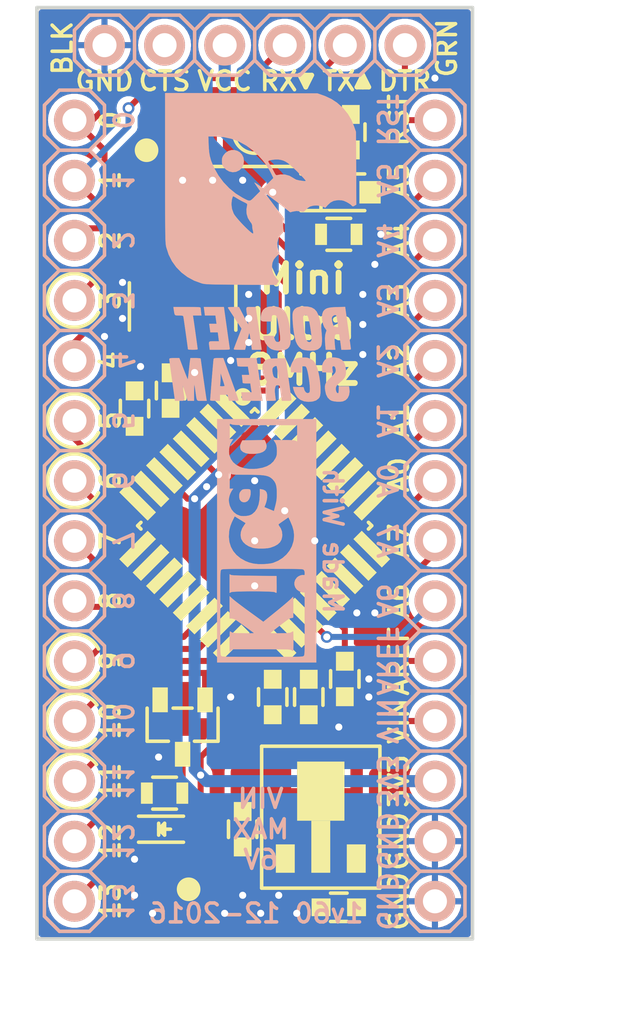
<source format=kicad_pcb>
(kicad_pcb (version 20221018) (generator pcbnew)
  (layers (0 "F.Cu" signal) (31 "B.Cu" signal) (34 "B.Paste" user) (35 "F.Paste" user) (36 "B.SilkS" user "B.Silkscreen") (37 "F.SilkS" user "F.Silkscreen") (38 "B.Mask" user) (39 "F.Mask" user) (44 "Edge.Cuts" user))
  (net 0 "")
  (net 1 "GND")
  (net 2 "/D4")
  (net 3 "/D9")
  (net 4 "/RST")
  (net 5 "/D3")
  (net 6 "3V3")
  (net 7 "/D5")
  (net 8 "/D6")
  (net 9 "/D7")
  (net 10 "/D8")
  (net 11 "/D10")
  (net 12 "/D11")
  (net 13 "/D12")
  (net 14 "/D13")
  (net 15 "/A6")
  (net 16 "AREF")
  (net 17 "/A7")
  (net 18 "/A0")
  (net 19 "/A1")
  (net 20 "/A2")
  (net 21 "/A3")
  (net 22 "/A4")
  (net 23 "/A5")
  (net 24 "/D0")
  (net 25 "/D1")
  (net 26 "/D2")
  (net 27 "Net-(D2-Pad1)")
  (net 28 "Net-(M1-Pad~{})")
  (net 29 "Net-(M2-Pad~{})")
  (net 30 "Net-(Q1-Pad3)")
  (net 31 "Net-(J1-Pad5)")
  (net 32 "VIN")
  (net 33 "Net-(U2-Pad7)")
  (net 34 "Net-(U2-Pad8)")
  (net 35 "Net-(C5-Pad1)")
  (net 36 "Net-(C6-Pad2)")
  (footprint "RocketScreamKicadLibrary:SOT-89" (layer "F.Cu") (at 211.684 145.174)
    (fp_text reference "U1" hide)
    (fp_text value "MCP1700T-3302E/MB")
  )
  (footprint "RocketScreamKicadLibrary:SOT-23" (layer "F.Cu") (at 205.842 141.364 180)
    (fp_text reference "Q1" hide)
    (fp_text value "2N7002")
  )
  (footprint "RocketScreamKicadLibrary:R_0603" (layer "F.Cu") (at 205.08 144.158 180)
    (fp_text reference "R2" hide)
    (fp_text value "1K")
  )
  (footprint "RocketScreamKicadLibrary:R_0603" (layer "F.Cu") (at 212.446 120.536)
    (fp_text reference "R1" hide)
    (fp_text value "10K")
  )
  (footprint "RocketScreamKicadLibrary:I_0603" (layer "F.Cu") (at 209.652 140.094 -90)
    (fp_text reference "L1" hide)
    (fp_text value "LBMF1608T100K")
  )
  (footprint "RocketScreamKicadLibrary:FIDUCIAL-1MM" (layer "F.Cu") (at 206.096 148.222)
    (fp_text reference "M1" hide)
    (fp_text value "FIDUCIAL")
  )
  (footprint "RocketScreamKicadLibrary:FIDUCIAL-1MM" (layer "F.Cu") (at 204.318 116.98)
    (fp_text reference "M2" hide)
    (fp_text value "FIDUCIAL")
  )
  (footprint "RocketScreamKicadLibrary:C_0603" (layer "F.Cu") (at 203.81 127.902 90)
    (fp_text reference "C2" hide)
    (fp_text value "100nF")
  )
  (footprint "RocketScreamKicadLibrary:C_0603" (layer "F.Cu") (at 212.7 139.332 -90)
    (fp_text reference "C7" hide)
    (fp_text value "100nF")
  )
  (footprint "RocketScreamKicadLibrary:C_0603" (layer "F.Cu") (at 212.954 116.218 90)
    (fp_text reference "C6" hide)
    (fp_text value "100nF")
  )
  (footprint "RocketScreamKicadLibrary:C_0603" (layer "F.Cu") (at 211.176 140.094 -90)
    (fp_text reference "C5" hide)
    (fp_text value "100nF")
  )
  (footprint "RocketScreamKicadLibrary:C_0603" (layer "F.Cu") (at 212.446 148.984 180)
    (fp_text reference "C4" hide)
    (fp_text value "1uF 25V X5R")
  )
  (footprint "RocketScreamKicadLibrary:C_0603" (layer "F.Cu") (at 208.382 145.682 -90)
    (fp_text reference "C3" hide)
    (fp_text value "1uF 25V X5R")
  )
  (footprint "RocketScreamKicadLibrary:C_0603" (layer "F.Cu") (at 205.334 127.14 90)
    (fp_text reference "C1" hide)
    (fp_text value "100nF")
  )
  (footprint "RocketScreamKicadLibrary:TS-107A" (layer "F.Cu") (at 208.89 116.218)
    (fp_text reference "SW1" hide)
    (fp_text value "SPNO")
  )
  (footprint "RocketScreamKicadLibrary:TQFP-32_7x7mm_Pitch0.8mm" (layer "F.Cu") (at 208.89 132.853 -45)
    (fp_text reference "U2" hide)
    (fp_text value "ATMEGA328P-AU")
  )
  (footprint "RocketScreamKicadLibrary:SOD-123" (layer "F.Cu") (at 212.192 118.758)
    (fp_text reference "D1" hide)
    (fp_text value "1N4148")
  )
  (footprint "RocketScreamKicadLibrary:LED_0603" (layer "F.Cu") (at 205.08 145.682)
    (fp_text reference "D2" hide)
    (fp_text value "Red")
  )
  (footprint "RocketScreamKicadLibrary:PBRC-M" (layer "F.Cu") (at 205.842 123.584 180)
    (fp_text reference "Y1" hide)
    (fp_text value "PBRC8.00MR50X000")
  )
  (footprint "RocketScreamKicadLibrary:HDR_1x6_Pitch2.54mm" (layer "B.Cu") (at 208.89 112.54 180)
    (fp_text reference "J1" hide)
    (fp_text value "2.54 mm 1x6")
  )
  (footprint "RocketScreamKicadLibrary:HDR_1x14_Pitch2.54mm" (layer "B.Cu") (at 216.51 132.22 -90)
    (fp_text reference "J3" hide)
    (fp_text value "2.54 mm 1x14")
  )
  (footprint "RocketScreamKicadLibrary:HDR_1x14_Pitch2.54mm" (layer "B.Cu") (at 201.27 132.22 -90)
    (fp_text reference "J2" hide)
    (fp_text value "2.54 mm 1x14")
  )
  (footprint "RocketScreamKicadLibrary:LOGO-ROCKET-SCREAM_Vertical_XSmall" (layer "B.Cu") (at 209.144 121.298 180)
    (fp_text reference "LOGO2" hide)
    (fp_text value "LOGO-ROCKET-SCREAM" hide)
  )
  (footprint "RocketScreamKicadLibrary:LOGO-KICAD_XSmall" (layer "B.Cu") (at 209.398 133.49 90)
    (fp_text reference "LOGO1" hide)
    (fp_text value "LOGO-KICAD" hide)
  )
  (gr_line (start 213.462 113.805) (end 213.462 114.313) (stroke (width 0.2)) (layer "F.SilkS"))
  (gr_line (start 213.716 114.313) (end 213.462 113.805) (stroke (width 0.2)) (layer "F.SilkS"))
  (gr_line (start 213.208 114.313) (end 213.716 114.313) (stroke (width 0.2)) (layer "F.SilkS"))
  (gr_line (start 213.462 113.805) (end 213.208 114.313) (stroke (width 0.2)) (layer "F.SilkS"))
  (gr_arc (start 202.286 128.918) (mid 200.134078 128.409701) (end 202.286267 127.902534) (stroke (width 0.15)) (layer "F.SilkS"))
  (gr_arc (start 202.286 131.458) (mid 200.134078 130.949701) (end 202.286267 130.442534) (stroke (width 0.15)) (layer "F.SilkS"))
  (gr_arc (start 202.159 141.872) (mid 200.100278 141.057879) (end 202.223249 140.430087) (stroke (width 0.15)) (layer "F.SilkS"))
  (gr_arc (start 202.159 144.412) (mid 200.099729 143.612174) (end 202.206352 142.947) (stroke (width 0.15)) (layer "F.SilkS"))
  (gr_arc (start 202.286 139.078) (mid 200.134078 138.569701) (end 202.286267 138.062534) (stroke (width 0.15)) (layer "F.SilkS"))
  (gr_arc (start 202.286 123.838) (mid 200.134078 123.329701) (end 202.286267 122.822534) (stroke (width 0.15)) (layer "F.SilkS"))
  (gr_line (start 211.049 113.805) (end 211.049 114.313) (stroke (width 0.2)) (layer "F.SilkS"))
  (gr_line (start 211.303 113.805) (end 211.049 114.313) (stroke (width 0.2)) (layer "F.SilkS"))
  (gr_line (start 211.049 114.313) (end 210.795 113.805) (stroke (width 0.2)) (layer "F.SilkS"))
  (gr_line (start 210.795 113.805) (end 211.303 113.805) (stroke (width 0.2)) (layer "F.SilkS"))
  (gr_line (start 199.6825 110.95) (end 199.6825 150.32) (stroke (width 0.15)) (layer "Edge.Cuts"))
  (gr_line (start 199.6825 150.32) (end 218.0975 150.32) (stroke (width 0.15)) (layer "Edge.Cuts"))
  (gr_line (start 218.0975 110.95) (end 218.0975 150.32) (stroke (width 0.15)) (layer "Edge.Cuts"))
  (gr_line (start 199.6825 110.95) (end 218.0975 110.95) (stroke (width 0.15)) (layer "Edge.Cuts"))
  (gr_text "1v60 12-2016 " (at 208.636 149.238) (layer "B.SilkS") (effects (font (size 0.8 0.8)) (justify mirror)))
  (gr_text "13" (at 203.302 148.73 270) (layer "B.SilkS") (effects (font (size 0.8 0.8)) (justify mirror)))
  (gr_text "12" (at 203.302 146.19 270) (layer "B.SilkS") (effects (font (size 0.8 0.8)) (justify mirror)))
  (gr_text "11" (at 203.302 143.65 270) (layer "B.SilkS") (effects (font (size 0.8 0.8)) (justify mirror)))
  (gr_text "10" (at 203.302 141.11 270) (layer "B.SilkS") (effects (font (size 0.8 0.8)) (justify mirror)))
  (gr_text "VIN\nMAX\n6V" (at 209.144 145.682) (layer "B.SilkS") (effects (font (size 0.8 0.8)) (justify mirror)))
  (gr_text "GND" (at 214.478 148.73 270) (layer "B.SilkS") (effects (font (size 0.8 0.8)) (justify mirror)))
  (gr_text "GND" (at 214.478 146.19 270) (layer "B.SilkS") (effects (font (size 0.8 0.8)) (justify mirror)))
  (gr_text "3V3" (at 214.478 143.65 270) (layer "B.SilkS") (effects (font (size 0.8 0.8)) (justify mirror)))
  (gr_text "VIN" (at 214.478 141.11 270) (layer "B.SilkS") (effects (font (size 0.8 0.8)) (justify mirror)))
  (gr_text "AREF" (at 214.478 138.57 270) (layer "B.SilkS") (effects (font (size 0.8 0.8)) (justify mirror)))
  (gr_text "A6" (at 214.478 136.03 270) (layer "B.SilkS") (effects (font (size 0.8 0.8)) (justify mirror)))
  (gr_text "A7" (at 214.478 133.49 270) (layer "B.SilkS") (effects (font (size 0.8 0.8)) (justify mirror)))
  (gr_text "A0" (at 214.478 130.95 270) (layer "B.SilkS") (effects (font (size 0.8 0.8)) (justify mirror)))
  (gr_text "A1" (at 214.478 128.41 270) (layer "B.SilkS") (effects (font (size 0.8 0.8)) (justify mirror)))
  (gr_text "A2" (at 214.478 125.87 270) (layer "B.SilkS") (effects (font (size 0.8 0.8)) (justify mirror)))
  (gr_text "A3" (at 214.478 123.33 270) (layer "B.SilkS") (effects (font (size 0.8 0.8)) (justify mirror)))
  (gr_text "A4" (at 214.478 120.79 270) (layer "B.SilkS") (effects (font (size 0.8 0.8)) (justify mirror)))
  (gr_text "A5" (at 214.478 118.25 270) (layer "B.SilkS") (effects (font (size 0.8 0.8)) (justify mirror)))
  (gr_text "RST" (at 214.478 115.71 270) (layer "B.SilkS") (effects (font (size 0.8 0.8)) (justify mirror)))
  (gr_text "9" (at 203.302 138.57 270) (layer "B.SilkS") (effects (font (size 0.8 0.8)) (justify mirror)))
  (gr_text "8" (at 203.302 136.03 270) (layer "B.SilkS") (effects (font (size 0.8 0.8)) (justify mirror)))
  (gr_text "7" (at 203.302 133.49 270) (layer "B.SilkS") (effects (font (size 0.8 0.8)) (justify mirror)))
  (gr_text "6" (at 203.302 130.95 270) (layer "B.SilkS") (effects (font (size 0.8 0.8)) (justify mirror)))
  (gr_text "5" (at 203.302 128.41 270) (layer "B.SilkS") (effects (font (size 0.8 0.8)) (justify mirror)))
  (gr_text "4" (at 203.302 125.87 270) (layer "B.SilkS") (effects (font (size 0.8 0.8)) (justify mirror)))
  (gr_text "3" (at 203.302 123.33 270) (layer "B.SilkS") (effects (font (size 0.8 0.8)) (justify mirror)))
  (gr_text "2" (at 203.302 120.79 270) (layer "B.SilkS") (effects (font (size 0.8 0.8)) (justify mirror)))
  (gr_text "1" (at 203.302 118.25 270) (layer "B.SilkS") (effects (font (size 0.8 0.8)) (justify mirror)))
  (gr_text "0" (at 203.302 115.71 270) (layer "B.SilkS") (effects (font (size 0.8 0.8)) (justify mirror)))
  (gr_text "Made With" (at 212.192 133.49 270) (layer "B.SilkS") (effects (font (size 0.8 0.8)) (justify mirror)))
  (gr_text "12" (at 202.794 146.19 90) (layer "F.SilkS") (effects (font (size 0.8 0.8))))
  (gr_text "11" (at 202.794 143.65 90) (layer "F.SilkS") (effects (font (size 0.8 0.8))))
  (gr_text "10" (at 202.794 141.11 90) (layer "F.SilkS") (effects (font (size 0.8 0.8))))
  (gr_text "9" (at 202.794 138.57 90) (layer "F.SilkS") (effects (font (size 0.8 0.8))))
  (gr_text "8" (at 202.794 136.03 90) (layer "F.SilkS") (effects (font (size 0.8 0.8))))
  (gr_text "7" (at 202.794 133.49 90) (layer "F.SilkS") (effects (font (size 0.8 0.8))))
  (gr_text "6" (at 202.794 130.95 90) (layer "F.SilkS") (effects (font (size 0.8 0.8))))
  (gr_text "5" (at 202.794 128.41 90) (layer "F.SilkS") (effects (font (size 0.8 0.8))))
  (gr_text "4" (at 202.794 125.87 90) (layer "F.SilkS") (effects (font (size 0.8 0.8))))
  (gr_text "3" (at 202.794 123.33 90) (layer "F.SilkS") (effects (font (size 0.8 0.8))))
  (gr_text "2" (at 202.794 120.79 90) (layer "F.SilkS") (effects (font (size 0.8 0.8))))
  (gr_text "1" (at 202.794 118.25 90) (layer "F.SilkS") (effects (font (size 0.8 0.8))))
  (gr_text "0" (at 202.794 115.71 90) (layer "F.SilkS") (effects (font (size 0.8 0.8))))
  (gr_text "BLK" (at 200.762 112.662 90) (layer "F.SilkS") (effects (font (size 0.8 0.8))))
  (gr_text "GRN" (at 217.018 112.662 90) (layer "F.SilkS") (effects (font (size 0.8 0.8))))
  (gr_text "GND" (at 202.54 114.059) (layer "F.SilkS") (effects (font (size 0.8 0.8))))
  (gr_text "CTS" (at 205.08 114.059) (layer "F.SilkS") (effects (font (size 0.8 0.8))))
  (gr_text "VCC" (at 207.62 114.059) (layer "F.SilkS") (effects (font (size 0.8 0.8))))
  (gr_text "RX" (at 209.906 114.059) (layer "F.SilkS") (effects (font (size 0.8 0.8))))
  (gr_text "TX" (at 212.446 114.059) (layer "F.SilkS") (effects (font (size 0.8 0.8))))
  (gr_text "DTR" (at 215.24 114.059) (layer "F.SilkS") (effects (font (size 0.8 0.8))))
  (gr_text "RST" (at 214.986 115.71 90) (layer "F.SilkS") (effects (font (size 0.8 0.8))))
  (gr_text "A5" (at 214.986 118.25 90) (layer "F.SilkS") (effects (font (size 0.8 0.8))))
  (gr_text "A4" (at 214.986 120.79 90) (layer "F.SilkS") (effects (font (size 0.8 0.8))))
  (gr_text "A3" (at 214.986 123.33 90) (layer "F.SilkS") (effects (font (size 0.8 0.8))))
  (gr_text "A2" (at 214.986 125.87 90) (layer "F.SilkS") (effects (font (size 0.8 0.8))))
  (gr_text "A1" (at 214.986 128.41 90) (layer "F.SilkS") (effects (font (size 0.8 0.8))))
  (gr_text "A0" (at 214.986 130.696 90) (layer "F.SilkS") (effects (font (size 0.8 0.8))))
  (gr_text "A7" (at 214.986 133.49 90) (layer "F.SilkS") (effects (font (size 0.8 0.8))))
  (gr_text "A6" (at 214.986 136.03 90) (layer "F.SilkS") (effects (font (size 0.8 0.8))))
  (gr_text "GND" (at 214.986 148.73 90) (layer "F.SilkS") (effects (font (size 0.8 0.8))))
  (gr_text "GND" (at 214.986 146.19 90) (layer "F.SilkS") (effects (font (size 0.8 0.8))))
  (gr_text "3V3" (at 214.986 143.65 90) (layer "F.SilkS") (effects (font (size 0.8 0.8))))
  (gr_text "VIN" (at 214.986 141.11 90) (layer "F.SilkS") (effects (font (size 0.8 0.8))))
  (gr_text "AREF" (at 214.986 138.57 90) (layer "F.SilkS") (effects (font (size 0.8 0.8))))
  (gr_text "Mini\nUltra\n8MHz" (at 210.922 124.346) (layer "F.SilkS") (effects (font (size 1.2 1.2) (thickness 0.25))))
  (gr_text "13" (at 202.794 148.73 90) (layer "F.SilkS") (effects (font (size 0.8 0.8))))
  (segment (start 207.112 118.25) (end 208.382 118.25) (width 0.254) (layer "F.Cu") (net 1))
  (segment (start 211.926 140.844) (end 212.446 141.364) (width 0.254) (layer "F.Cu") (net 1))
  (segment (start 210.668 149.238) (end 209.144 149.238) (width 0.254) (layer "F.Cu") (net 1))
  (segment (start 213.462 125.616) (end 213.462 124.346) (width 0.254) (layer "F.Cu") (net 1))
  (segment (start 208.636 124.092) (end 208.636 123.076) (width 0.254) (layer "F.Cu") (net 1))
  (segment (start 205.334 126.39) (end 206.338 126.39) (width 0.254) (layer "F.Cu") (net 1))
  (segment (start 213.462 123.076) (end 213.462 122.314) (width 0.254) (layer "F.Cu") (net 1))
  (segment (start 204.892 142.568) (end 204.826 142.634) (width 0.254) (layer "F.Cu") (net 1))
  (segment (start 204.572 129.100685) (end 205.637309 130.165994) (width 0.254) (layer "F.Cu") (net 1))
  (segment (start 211.43 133.49) (end 210.16 132.22) (width 0.254) (layer "F.Cu") (net 1))
  (segment (start 203.81 127.152) (end 203.81 126.378) (width 0.254) (layer "F.Cu") (net 1))
  (segment (start 211.696 148.984) (end 210.922 148.984) (width 0.254) (layer "F.Cu") (net 1))
  (segment (start 207.62 149.238) (end 208.382 148.476) (width 0.254) (layer "F.Cu") (net 1))
  (segment (start 206.096 126.632) (end 206.096 128.361943) (width 0.254) (layer "F.Cu") (net 1))
  (segment (start 206.715 117.377) (end 205.842 118.25) (width 0.254) (layer "F.Cu") (net 1))
  (segment (start 204.33 127.152) (end 204.572 127.394) (width 0.254) (layer "F.Cu") (net 1))
  (segment (start 210.16 132.22) (end 208.89 130.95) (width 0.254) (layer "F.Cu") (net 1))
  (segment (start 206.715 116.218) (end 206.715 117.377) (width 0.254) (layer "F.Cu") (net 1))
  (segment (start 213.208 136.538) (end 213.140685 136.538) (width 0.254) (layer "F.Cu") (net 1))
  (segment (start 202.54 124.854) (end 203.302 124.092) (width 0.254) (layer "F.Cu") (net 1))
  (segment (start 212.7 140.082) (end 213.704 140.082) (width 0.254) (layer "F.Cu") (net 1))
  (segment (start 208.89 133.49) (end 210.16 132.22) (width 0.254) (layer "F.Cu") (net 1))
  (segment (start 206.338 126.39) (end 206.35 126.378) (width 0.254) (layer "F.Cu") (net 1))
  (segment (start 203.81 126.378) (end 204.064 126.124) (width 0.254) (layer "F.Cu") (net 1))
  (segment (start 205.854 126.39) (end 206.096 126.632) (width 0.254) (layer "F.Cu") (net 1))
  (segment (start 207.874 125.87) (end 208.636 125.108) (width 0.254) (layer "F.Cu") (net 1))
  (segment (start 210.922 148.984) (end 210.668 149.238) (width 0.254) (layer "F.Cu") (net 1))
  (segment (start 213.140685 136.538) (end 212.142691 135.540006) (width 0.254) (layer "F.Cu") (net 1))
  (segment (start 204.892 140.214) (end 204.892 142.568) (width 0.254) (layer "F.Cu") (net 1))
  (segment (start 204.572 149.238) (end 203.81 148.476) (width 0.254) (layer "F.Cu") (net 1))
  (segment (start 206.096 128.361943) (end 206.76868 129.034623) (width 0.254) (layer "F.Cu") (net 1))
  (segment (start 205.334 126.39) (end 205.854 126.39) (width 0.254) (layer "F.Cu") (net 1))
  (segment (start 211.176 140.844) (end 211.926 140.844) (width 0.254) (layer "F.Cu") (net 1))
  (segment (start 203.81 127.152) (end 204.33 127.152) (width 0.254) (layer "F.Cu") (net 1))
  (segment (start 213.462 122.314) (end 213.97 121.806) (width 0.254) (layer "F.Cu") (net 1))
  (segment (start 213.704 140.082) (end 213.716 140.094) (width 0.254) (layer "F.Cu") (net 1))
  (segment (start 208.89 133.49) (end 208.89 135.395) (width 0.254) (layer "F.Cu") (net 1))
  (segment (start 204.572 127.394) (end 204.572 129.100685) (width 0.254) (layer "F.Cu") (net 1))
  (segment (start 213.208 136.538) (end 213.97 136.538) (width 0.254) (layer "F.Cu") (net 1))
  (via (at 202.54 124.854) (size 0.5) (drill 0.3) (layers "F.Cu" "B.Cu") (net 1))
  (via (at 214.224 120.536) (size 0.5) (drill 0.3) (layers "F.Cu" "B.Cu") (net 1))
  (via (at 203.81 146.952) (size 0.5) (drill 0.3) (layers "F.Cu" "B.Cu") (net 1))
  (via (at 213.97 136.538) (size 0.5) (drill 0.3) (layers "F.Cu" "B.Cu") (net 1))
  (via (at 204.826 142.634) (size 0.5) (drill 0.3) (layers "F.Cu" "B.Cu") (net 1))
  (via (at 210.16 132.22) (size 0.5) (drill 0.3) (layers "F.Cu" "B.Cu") (net 1))
  (via (at 208.382 118.25) (size 0.5) (drill 0.3) (layers "F.Cu" "B.Cu") (net 1))
  (via (at 213.716 140.094) (size 0.5) (drill 0.3) (layers "F.Cu" "B.Cu") (net 1))
  (via (at 216.51 113.932) (size 0.5) (drill 0.3) (layers "F.Cu" "B.Cu") (net 1))
  (via (at 204.064 126.124) (size 0.5) (drill 0.3) (layers "F.Cu" "B.Cu") (net 1))
  (via (at 207.112 118.25) (size 0.5) (drill 0.3) (layers "F.Cu" "B.Cu") (net 1))
  (via (at 207.874 140.094) (size 0.5) (drill 0.3) (layers "F.Cu" "B.Cu") (net 1))
  (via (at 203.302 124.092) (size 0.5) (drill 0.3) (layers "F.Cu" "B.Cu") (net 1))
  (via (at 210.668 149.238) (size 0.5) (drill 0.3) (layers "F.Cu" "B.Cu") (net 1))
  (via (at 213.462 125.616) (size 0.5) (drill 0.3) (layers "F.Cu" "B.Cu") (net 1))
  (via (at 209.144 149.238) (size 0.5) (drill 0.3) (layers "F.Cu" "B.Cu") (net 1))
  (via (at 208.636 125.108) (size 0.5) (drill 0.3) (layers "F.Cu" "B.Cu") (net 1))
  (via (at 213.208 136.538) (size 0.5) (drill 0.3) (layers "F.Cu" "B.Cu") (net 1))
  (via (at 205.842 118.25) (size 0.5) (drill 0.3) (layers "F.Cu" "B.Cu") (net 1))
  (via (at 213.462 123.076) (size 0.5) (drill 0.3) (layers "F.Cu" "B.Cu") (net 1))
  (via (at 208.89 130.95) (size 0.5) (drill 0.3) (layers "F.Cu" "B.Cu") (net 1))
  (via (at 208.382 148.476) (size 0.5) (drill 0.3) (layers "F.Cu" "B.Cu") (net 1))
  (via (at 203.81 148.476) (size 0.5) (drill 0.3) (layers "F.Cu" "B.Cu") (net 1))
  (via (at 208.636 123.076) (size 0.5) (drill 0.3) (layers "F.Cu" "B.Cu") (net 1))
  (via (at 206.35 126.378) (size 0.5) (drill 0.3) (layers "F.Cu" "B.Cu") (net 1))
  (via (at 209.906 148.476) (size 0.5) (drill 0.3) (layers "F.Cu" "B.Cu") (net 1))
  (via (at 212.446 141.364) (size 0.5) (drill 0.3) (layers "F.Cu" "B.Cu") (net 1))
  (via (at 213.716 139.332) (size 0.5) (drill 0.3) (layers "F.Cu" "B.Cu") (net 1))
  (via (at 207.62 149.238) (size 0.5) (drill 0.3) (layers "F.Cu" "B.Cu") (net 1))
  (via (at 208.89 135.395) (size 0.5) (drill 0.3) (layers "F.Cu" "B.Cu") (net 1))
  (via (at 208.636 124.092) (size 0.5) (drill 0.3) (layers "F.Cu" "B.Cu") (net 1))
  (via (at 204.572 149.238) (size 0.5) (drill 0.3) (layers "F.Cu" "B.Cu") (net 1))
  (via (at 213.97 121.806) (size 0.5) (drill 0.3) (layers "F.Cu" "B.Cu") (net 1))
  (via (at 208.89 133.49) (size 0.5) (drill 0.3) (layers "F.Cu" "B.Cu") (net 1))
  (via (at 203.302 122.568) (size 0.5) (drill 0.3) (layers "F.Cu" "B.Cu") (net 1))
  (via (at 207.874 125.87) (size 0.5) (drill 0.3) (layers "F.Cu" "B.Cu") (net 1))
  (via (at 211.43 133.49) (size 0.5) (drill 0.3) (layers "F.Cu" "B.Cu") (net 1))
  (via (at 213.462 124.346) (size 0.5) (drill 0.3) (layers "F.Cu" "B.Cu") (net 1))
  (segment (start 213.208 136.538) (end 213.208 125.87) (width 0.254) (layer "B.Cu") (net 1))
  (segment (start 207.62 149.238) (end 204.572 149.238) (width 0.254) (layer "B.Cu") (net 1))
  (segment (start 213.208 135.268) (end 211.43 133.49) (width 0.254) (layer "B.Cu") (net 1))
  (segment (start 208.636 125.108) (end 208.636 124.092) (width 0.254) (layer "B.Cu") (net 1))
  (segment (start 213.462 124.346) (end 213.462 123.076) (width 0.254) (layer "B.Cu") (net 1))
  (segment (start 208.89 130.95) (end 208.89 133.49) (width 0.254) (layer "B.Cu") (net 1))
  (segment (start 207.62 126.124) (end 207.874 125.87) (width 0.254) (layer "B.Cu") (net 1))
  (segment (start 213.97 121.806) (end 214.224 121.552) (width 0.254) (layer "B.Cu") (net 1))
  (segment (start 206.604 126.124) (end 207.62 126.124) (width 0.254) (layer "B.Cu") (net 1))
  (segment (start 213.208 136.538) (end 213.208 135.268) (width 0.254) (layer "B.Cu") (net 1))
  (segment (start 211.938 139.332) (end 211.176 138.57) (width 0.254) (layer "B.Cu") (net 1))
  (segment (start 204.572 147.714) (end 203.81 146.952) (width 0.254) (layer "B.Cu") (net 1))
  (segment (start 215.748 113.932) (end 216.51 113.932) (width 0.254) (layer "B.Cu") (net 1))
  (segment (start 214.224 121.552) (end 214.224 120.536) (width 0.254) (layer "B.Cu") (net 1))
  (segment (start 211.176 137.3) (end 211.938 136.538) (width 0.254) (layer "B.Cu") (net 1))
  (segment (start 203.302 124.092) (end 203.302 122.568) (width 0.254) (layer "B.Cu") (net 1))
  (segment (start 209.144 149.238) (end 207.62 149.238) (width 0.254) (layer "B.Cu") (net 1))
  (segment (start 211.938 136.538) (end 213.208 136.538) (width 0.254) (layer "B.Cu") (net 1))
  (segment (start 209.144 149.238) (end 209.906 148.476) (width 0.254) (layer "B.Cu") (net 1))
  (segment (start 214.224 115.456) (end 215.748 113.932) (width 0.254) (layer "B.Cu") (net 1))
  (segment (start 213.208 125.87) (end 213.462 125.616) (width 0.254) (layer "B.Cu") (net 1))
  (segment (start 213.716 139.332) (end 211.938 139.332) (width 0.254) (layer "B.Cu") (net 1))
  (segment (start 204.064 126.124) (end 203.302 125.362) (width 0.254) (layer "B.Cu") (net 1))
  (segment (start 206.35 126.378) (end 206.604 126.124) (width 0.254) (layer "B.Cu") (net 1))
  (segment (start 213.716 140.094) (end 207.874 140.094) (width 0.254) (layer "B.Cu") (net 1))
  (segment (start 202.794 124.854) (end 202.54 124.854) (width 0.254) (layer "B.Cu") (net 1))
  (segment (start 203.81 148.476) (end 204.572 147.714) (width 0.254) (layer "B.Cu") (net 1))
  (segment (start 213.716 140.094) (end 213.716 139.332) (width 0.254) (layer "B.Cu") (net 1))
  (segment (start 211.176 138.57) (end 211.176 137.3) (width 0.254) (layer "B.Cu") (net 1))
  (segment (start 214.224 120.536) (end 214.224 115.456) (width 0.254) (layer "B.Cu") (net 1))
  (segment (start 205.842 118.25) (end 207.112 118.25) (width 0.254) (layer "B.Cu") (net 1))
  (segment (start 203.302 125.362) (end 202.794 124.854) (width 0.254) (layer "B.Cu") (net 1))
  (segment (start 201.27 125.87) (end 201.27 125.108) (width 0.254) (layer "F.Cu") (net 2))
  (segment (start 209.906 123.076) (end 209.906 126.124) (width 0.254) (layer "F.Cu") (net 2))
  (segment (start 208.128 121.298) (end 209.906 123.076) (width 0.254) (layer "F.Cu") (net 2))
  (segment (start 201.27 125.108) (end 202.54 123.838) (width 0.254) (layer "F.Cu") (net 2))
  (segment (start 206.604 127.394) (end 206.604 127.738573) (width 0.254) (layer "F.Cu") (net 2))
  (segment (start 206.604 127.738573) (end 207.334365 128.468938) (width 0.254) (layer "F.Cu") (net 2))
  (segment (start 202.54 123.838) (end 202.54 122.06) (width 0.254) (layer "F.Cu") (net 2))
  (segment (start 207.366 126.632) (end 206.604 127.394) (width 0.254) (layer "F.Cu") (net 2))
  (segment (start 203.302 121.298) (end 208.128 121.298) (width 0.254) (layer "F.Cu") (net 2))
  (segment (start 202.54 122.06) (end 203.302 121.298) (width 0.254) (layer "F.Cu") (net 2))
  (segment (start 209.906 126.124) (end 209.398 126.632) (width 0.254) (layer "F.Cu") (net 2))
  (segment (start 209.398 126.632) (end 207.366 126.632) (width 0.254) (layer "F.Cu") (net 2))
  (segment (start 201.778 138.57) (end 203.302 137.046) (width 0.254) (layer "F.Cu") (net 3))
  (segment (start 201.27 138.57) (end 201.778 138.57) (width 0.254) (layer "F.Cu") (net 3))
  (segment (start 203.302 137.046) (end 205.262685 137.046) (width 0.254) (layer "F.Cu") (net 3))
  (segment (start 205.262685 137.046) (end 206.202994 136.105691) (width 0.254) (layer "F.Cu") (net 3))
  (segment (start 212.954 116.968) (end 213.716 116.968) (width 0.254) (layer "F.Cu") (net 4))
  (segment (start 211.684 116.218) (end 211.065 116.218) (width 0.254) (layer "F.Cu") (net 4))
  (segment (start 212.446 128.731315) (end 212.446 122.06) (width 0.254) (layer "F.Cu") (net 4))
  (segment (start 213.767 119.215) (end 213.196 119.786) (width 0.254) (layer "F.Cu") (net 4))
  (segment (start 213.196 119.786) (end 213.196 120.536) (width 0.254) (layer "F.Cu") (net 4))
  (segment (start 213.196 120.536) (end 213.196 121.31) (width 0.254) (layer "F.Cu") (net 4))
  (segment (start 212.954 117.488) (end 212.954 116.968) (width 0.254) (layer "F.Cu") (net 4))
  (segment (start 213.196 121.31) (end 212.446 122.06) (width 0.254) (layer "F.Cu") (net 4))
  (segment (start 214.974 115.71) (end 213.716 116.968) (width 0.254) (layer "F.Cu") (net 4))
  (segment (start 213.767 118.758) (end 213.767 119.215) (width 0.254) (layer "F.Cu") (net 4))
  (segment (start 211.577006 129.600309) (end 212.446 128.731315) (width 0.254) (layer "F.Cu") (net 4))
  (segment (start 212.954 116.968) (end 212.434 116.968) (width 0.254) (layer "F.Cu") (net 4))
  (segment (start 212.434 116.968) (end 211.684 116.218) (width 0.254) (layer "F.Cu") (net 4))
  (segment (start 213.767 118.301) (end 212.954 117.488) (width 0.254) (layer "F.Cu") (net 4))
  (segment (start 216.51 115.71) (end 214.974 115.71) (width 0.254) (layer "F.Cu") (net 4))
  (segment (start 213.767 118.758) (end 213.767 118.301) (width 0.254) (layer "F.Cu") (net 4))
  (segment (start 210.414 126.378) (end 209.652 127.14) (width 0.254) (layer "F.Cu") (net 5))
  (segment (start 210.414 122.822) (end 210.414 126.378) (width 0.254) (layer "F.Cu") (net 5))
  (segment (start 208.636 127.14) (end 207.900051 127.875949) (width 0.254) (layer "F.Cu") (net 5))
  (segment (start 201.27 123.33) (end 202.032 122.568) (width 0.254) (layer "F.Cu") (net 5))
  (segment (start 209.652 127.14) (end 208.636 127.14) (width 0.254) (layer "F.Cu") (net 5))
  (segment (start 208.382 120.79) (end 210.414 122.822) (width 0.254) (layer "F.Cu") (net 5))
  (segment (start 207.900051 127.875949) (end 207.900051 127.903253) (width 0.254) (layer "F.Cu") (net 5))
  (segment (start 202.032 122.568) (end 202.032 121.806) (width 0.254) (layer "F.Cu") (net 5))
  (segment (start 202.032 121.806) (end 203.048 120.79) (width 0.254) (layer "F.Cu") (net 5))
  (segment (start 203.048 120.79) (end 208.382 120.79) (width 0.254) (layer "F.Cu") (net 5))
  (segment (start 206.604 145.428) (end 206.35 145.682) (width 0.254) (layer "F.Cu") (net 6))
  (segment (start 206.858 131.204) (end 206.35 131.712) (width 0.508) (layer "F.Cu") (net 6))
  (segment (start 205.334 128.731315) (end 206.202994 129.600309) (width 0.254) (layer "F.Cu") (net 6))
  (segment (start 213.184 146.924) (end 213.184 148.972) (width 0.254) (layer "F.Cu") (net 6))
  (segment (start 214.986 143.65) (end 214.224 144.412) (width 0.508) (layer "F.Cu") (net 6))
  (segment (start 204.064 129.724057) (end 204.318 129.978057) (width 0.254) (layer "F.Cu") (net 6))
  (segment (start 210.617 118.758) (end 209.652 118.758) (width 0.254) (layer "F.Cu") (net 6))
  (segment (start 206.604 143.396) (end 206.604 142.634) (width 0.254) (layer "F.Cu") (net 6))
  (segment (start 206.051943 131.712) (end 205.071623 130.73168) (width 0.254) (layer "F.Cu") (net 6))
  (segment (start 213.184 146.924) (end 213.97 146.924) (width 0.508) (layer "F.Cu") (net 6))
  (segment (start 206.604 142.634) (end 208.394 140.844) (width 0.254) (layer "F.Cu") (net 6))
  (segment (start 211.176 120.536) (end 210.617 119.977) (width 0.254) (layer "F.Cu") (net 6))
  (segment (start 203.81 128.906) (end 203.81 129.470057) (width 0.254) (layer "F.Cu") (net 6))
  (segment (start 208.394 140.844) (end 209.652 140.844) (width 0.254) (layer "F.Cu") (net 6))
  (segment (start 216.51 143.65) (end 214.986 143.65) (width 0.508) (layer "F.Cu") (net 6))
  (segment (start 207.298685 130.696) (end 206.202994 129.600309) (width 0.254) (layer "F.Cu") (net 6))
  (segment (start 206.858 131.204) (end 207.366 130.696) (width 0.508) (layer "F.Cu") (net 6))
  (segment (start 213.212 146.952) (end 213.184 146.924) (width 0.508) (layer "F.Cu") (net 6))
  (segment (start 204.318 129.978057) (end 205.071623 130.73168) (width 0.254) (layer "F.Cu") (net 6))
  (segment (start 206.35 131.712) (end 206.051943 131.712) (width 0.254) (layer "F.Cu") (net 6))
  (segment (start 213.184 148.972) (end 213.196 148.984) (width 0.254) (layer "F.Cu") (net 6))
  (segment (start 211.696 120.536) (end 211.176 120.536) (width 0.254) (layer "F.Cu") (net 6))
  (segment (start 206.35 145.682) (end 205.8293 145.682) (width 0.254) (layer "F.Cu") (net 6))
  (segment (start 207.366 130.696) (end 207.298685 130.696) (width 0.254) (layer "F.Cu") (net 6))
  (segment (start 206.604 143.396) (end 206.604 145.428) (width 0.254) (layer "F.Cu") (net 6))
  (segment (start 205.334 127.89) (end 205.334 128.731315) (width 0.254) (layer "F.Cu") (net 6))
  (segment (start 210.617 119.977) (end 210.617 118.758) (width 0.254) (layer "F.Cu") (net 6))
  (segment (start 203.81 129.470057) (end 204.064 129.724057) (width 0.254) (layer "F.Cu") (net 6))
  (segment (start 214.224 144.412) (end 214.224 146.952) (width 0.508) (layer "F.Cu") (net 6))
  (segment (start 214.224 146.952) (end 213.212 146.952) (width 0.508) (layer "F.Cu") (net 6))
  (via (at 206.858 131.204) (size 0.5) (drill 0.3) (layers "F.Cu" "B.Cu") (net 6))
  (via (at 206.35 131.712) (size 0.5) (drill 0.3) (layers "F.Cu" "B.Cu") (net 6))
  (via (at 207.366 130.696) (size 0.5) (drill 0.3) (layers "F.Cu" "B.Cu") (net 6))
  (via (at 209.652 118.758) (size 0.5) (drill 0.3) (layers "F.Cu" "B.Cu") (net 6))
  (via (at 206.604 143.396) (size 0.5) (drill 0.3) (layers "F.Cu" "B.Cu") (net 6))
  (segment (start 207.62 116.218) (end 209.652 118.25) (width 0.508) (layer "B.Cu") (net 6))
  (segment (start 209.652 128.41) (end 206.858 131.204) (width 0.508) (layer "B.Cu") (net 6))
  (segment (start 209.652 118.25) (end 209.652 118.758) (width 0.508) (layer "B.Cu") (net 6))
  (segment (start 206.35 131.712) (end 206.35 142.888) (width 0.508) (layer "B.Cu") (net 6))
  (segment (start 206.35 143.142) (end 206.35 142.888) (width 0.508) (layer "B.Cu") (net 6))
  (segment (start 206.604 143.396) (end 206.35 143.142) (width 0.508) (layer "B.Cu") (net 6))
  (segment (start 207.62 112.54) (end 207.62 116.218) (width 0.508) (layer "B.Cu") (net 6))
  (segment (start 206.858 143.65) (end 206.604 143.396) (width 0.508) (layer "B.Cu") (net 6))
  (segment (start 209.652 118.758) (end 209.652 128.41) (width 0.508) (layer "B.Cu") (net 6))
  (segment (start 216.51 143.65) (end 206.858 143.65) (width 0.508) (layer "B.Cu") (net 6))
  (segment (start 206.858 131.204) (end 206.35 131.712) (width 0.508) (layer "B.Cu") (net 6))
  (segment (start 202.54 130.442) (end 202.54 131.458) (width 0.254) (layer "F.Cu") (net 7))
  (segment (start 203.048 131.966) (end 203.048 132.950696) (width 0.254) (layer "F.Cu") (net 7))
  (segment (start 201.27 128.41) (end 201.27 129.172) (width 0.254) (layer "F.Cu") (net 7))
  (segment (start 202.54 131.458) (end 203.048 131.966) (width 0.254) (layer "F.Cu") (net 7))
  (segment (start 203.048 132.950696) (end 203.940253 133.842949) (width 0.254) (layer "F.Cu") (net 7))
  (segment (start 201.27 129.172) (end 202.54 130.442) (width 0.254) (layer "F.Cu") (net 7))
  (segment (start 201.27 130.95) (end 202.54 132.22) (width 0.254) (layer "F.Cu") (net 8))
  (segment (start 202.54 132.22) (end 202.54 134.506) (width 0.254) (layer "F.Cu") (net 8))
  (segment (start 203.646573 135.268) (end 204.505938 134.408635) (width 0.254) (layer "F.Cu") (net 8))
  (segment (start 203.302 135.268) (end 203.646573 135.268) (width 0.254) (layer "F.Cu") (net 8))
  (segment (start 202.54 134.506) (end 203.302 135.268) (width 0.254) (layer "F.Cu") (net 8))
  (segment (start 204.269943 135.776) (end 205.071623 134.97432) (width 0.254) (layer "F.Cu") (net 9))
  (segment (start 202.032 134.76) (end 203.048 135.776) (width 0.254) (layer "F.Cu") (net 9))
  (segment (start 203.048 135.776) (end 204.269943 135.776) (width 0.254) (layer "F.Cu") (net 9))
  (segment (start 202.032 134.252) (end 202.032 134.76) (width 0.254) (layer "F.Cu") (net 9))
  (segment (start 201.27 133.49) (end 202.032 134.252) (width 0.254) (layer "F.Cu") (net 9))
  (segment (start 201.27 136.03) (end 201.524 136.284) (width 0.254) (layer "F.Cu") (net 10))
  (segment (start 201.524 136.284) (end 204.893315 136.284) (width 0.254) (layer "F.Cu") (net 10))
  (segment (start 204.893315 136.284) (end 205.637309 135.540006) (width 0.254) (layer "F.Cu") (net 10))
  (segment (start 202.54 139.84) (end 202.54 138.57) (width 0.254) (layer "F.Cu") (net 11))
  (segment (start 203.556 137.554) (end 205.886057 137.554) (width 0.254) (layer "F.Cu") (net 11))
  (segment (start 205.886057 137.554) (end 206.76868 136.671377) (width 0.254) (layer "F.Cu") (net 11))
  (segment (start 201.27 141.11) (end 202.54 139.84) (width 0.254) (layer "F.Cu") (net 11))
  (segment (start 202.54 138.57) (end 203.556 137.554) (width 0.254) (layer "F.Cu") (net 11))
  (segment (start 203.048 138.824) (end 203.81 138.062) (width 0.254) (layer "F.Cu") (net 12))
  (segment (start 206.509427 138.062) (end 207.334365 137.237062) (width 0.254) (layer "F.Cu") (net 12))
  (segment (start 203.048 141.872) (end 203.048 138.824) (width 0.254) (layer "F.Cu") (net 12))
  (segment (start 203.81 138.062) (end 206.509427 138.062) (width 0.254) (layer "F.Cu") (net 12))
  (segment (start 201.27 143.65) (end 203.048 141.872) (width 0.254) (layer "F.Cu") (net 12))
  (segment (start 203.556 142.126) (end 203.556 139.078) (width 0.254) (layer "F.Cu") (net 13))
  (segment (start 203.556 139.078) (end 204.064 138.57) (width 0.254) (layer "F.Cu") (net 13))
  (segment (start 201.27 146.19) (end 202.54 144.92) (width 0.254) (layer "F.Cu") (net 13))
  (segment (start 202.54 143.142) (end 203.556 142.126) (width 0.254) (layer "F.Cu") (net 13))
  (segment (start 207.132798 138.57) (end 207.900051 137.802747) (width 0.254) (layer "F.Cu") (net 13))
  (segment (start 202.54 144.92) (end 202.54 143.142) (width 0.254) (layer "F.Cu") (net 13))
  (segment (start 204.064 138.57) (end 207.132798 138.57) (width 0.254) (layer "F.Cu") (net 13))
  (segment (start 201.27 148.73) (end 202.54 147.46) (width 0.254) (layer "F.Cu") (net 14))
  (segment (start 204.064 139.332) (end 204.318 139.078) (width 0.254) (layer "F.Cu") (net 14))
  (segment (start 202.54 145.682) (end 203.048 145.174) (width 0.254) (layer "F.Cu") (net 14))
  (segment (start 203.048 143.396) (end 204.064 142.38) (width 0.254) (layer "F.Cu") (net 14))
  (segment (start 208.382 138.316) (end 209.366696 138.316) (width 0.254) (layer "F.Cu") (net 14))
  (segment (start 206.792 139.144) (end 206.858 139.078) (width 0.254) (layer "F.Cu") (net 14))
  (segment (start 206.858 139.078) (end 207.62 139.078) (width 0.254) (layer "F.Cu") (net 14))
  (segment (start 209.366696 138.316) (end 209.879949 137.802747) (width 0.254) (layer "F.Cu") (net 14))
  (segment (start 207.62 139.078) (end 208.382 138.316) (width 0.254) (layer "F.Cu") (net 14))
  (segment (start 203.048 145.174) (end 203.048 143.396) (width 0.254) (layer "F.Cu") (net 14))
  (segment (start 204.318 139.078) (end 206.858 139.078) (width 0.254) (layer "F.Cu") (net 14))
  (segment (start 206.792 140.214) (end 206.792 139.144) (width 0.254) (layer "F.Cu") (net 14))
  (segment (start 204.064 142.38) (end 204.064 139.332) (width 0.254) (layer "F.Cu") (net 14))
  (segment (start 202.54 147.46) (end 202.54 145.682) (width 0.254) (layer "F.Cu") (net 14))
  (segment (start 211.055377 136.671377) (end 211.01132 136.671377) (width 0.254) (layer "F.Cu") (net 15))
  (segment (start 211.938 137.554) (end 211.055377 136.671377) (width 0.254) (layer "F.Cu") (net 15))
  (via (at 211.938 137.554) (size 0.5) (drill 0.3) (layers "F.Cu" "B.Cu") (net 15))
  (segment (start 214.986 137.554) (end 216.51 136.03) (width 0.254) (layer "B.Cu") (net 15))
  (segment (start 211.938 137.554) (end 214.986 137.554) (width 0.254) (layer "B.Cu") (net 15))
  (segment (start 213.208 138.57) (end 212.7 138.57) (width 0.254) (layer "F.Cu") (net 16))
  (segment (start 212.7 138.57) (end 212.7 137.228685) (width 0.254) (layer "F.Cu") (net 16))
  (segment (start 212.7 137.228685) (end 211.577006 136.105691) (width 0.254) (layer "F.Cu") (net 16))
  (segment (start 216.51 138.57) (end 213.208 138.57) (width 0.254) (layer "F.Cu") (net 16))
  (segment (start 213.510057 135.776) (end 212.708377 134.97432) (width 0.254) (layer "F.Cu") (net 17))
  (segment (start 216.51 133.998) (end 214.732 135.776) (width 0.254) (layer "F.Cu") (net 17))
  (segment (start 216.51 133.49) (end 216.51 133.998) (width 0.254) (layer "F.Cu") (net 17))
  (segment (start 214.732 135.776) (end 213.510057 135.776) (width 0.254) (layer "F.Cu") (net 17))
  (segment (start 215.24 134.506) (end 214.478 135.268) (width 0.254) (layer "F.Cu") (net 18))
  (segment (start 214.478 135.268) (end 214.133427 135.268) (width 0.254) (layer "F.Cu") (net 18))
  (segment (start 216.51 130.95) (end 215.24 132.22) (width 0.254) (layer "F.Cu") (net 18))
  (segment (start 214.133427 135.268) (end 213.274062 134.408635) (width 0.254) (layer "F.Cu") (net 18))
  (segment (start 215.24 132.22) (end 215.24 134.506) (width 0.254) (layer "F.Cu") (net 18))
  (segment (start 216.51 128.41) (end 215.24 129.68) (width 0.254) (layer "F.Cu") (net 19))
  (segment (start 215.24 129.68) (end 215.24 131.458) (width 0.254) (layer "F.Cu") (net 19))
  (segment (start 214.732 131.966) (end 214.732 132.950696) (width 0.254) (layer "F.Cu") (net 19))
  (segment (start 214.732 132.950696) (end 213.839747 133.842949) (width 0.254) (layer "F.Cu") (net 19))
  (segment (start 215.24 131.458) (end 214.732 131.966) (width 0.254) (layer "F.Cu") (net 19))
  (segment (start 216.51 125.87) (end 215.24 127.14) (width 0.254) (layer "F.Cu") (net 20))
  (segment (start 215.24 127.14) (end 215.24 128.918) (width 0.254) (layer "F.Cu") (net 20))
  (segment (start 215.24 128.918) (end 214.478 129.68) (width 0.254) (layer "F.Cu") (net 20))
  (segment (start 214.478 131.224798) (end 213.839747 131.863051) (width 0.254) (layer "F.Cu") (net 20))
  (segment (start 214.478 129.68) (end 214.478 131.224798) (width 0.254) (layer "F.Cu") (net 20))
  (segment (start 213.97 130.601427) (end 213.97 129.426) (width 0.254) (layer "F.Cu") (net 21))
  (segment (start 215.24 124.6) (end 216.51 123.33) (width 0.254) (layer "F.Cu") (net 21))
  (segment (start 214.732 128.664) (end 213.97 129.426) (width 0.254) (layer "F.Cu") (net 21))
  (segment (start 215.24 126.378) (end 214.732 126.886) (width 0.254) (layer "F.Cu") (net 21))
  (segment (start 215.24 124.6) (end 215.24 126.378) (width 0.254) (layer "F.Cu") (net 21))
  (segment (start 213.274062 131.297365) (end 213.97 130.601427) (width 0.254) (layer "F.Cu") (net 21))
  (segment (start 214.732 126.886) (end 214.732 128.664) (width 0.254) (layer "F.Cu") (net 21))
  (segment (start 215.24 122.06) (end 215.24 123.838) (width 0.254) (layer "F.Cu") (net 22))
  (segment (start 214.732 126.124) (end 214.224 126.632) (width 0.254) (layer "F.Cu") (net 22))
  (segment (start 214.732 124.346) (end 214.732 126.124) (width 0.254) (layer "F.Cu") (net 22))
  (segment (start 213.462 129.172) (end 213.462 129.978057) (width 0.254) (layer "F.Cu") (net 22))
  (segment (start 216.51 120.79) (end 215.24 122.06) (width 0.254) (layer "F.Cu") (net 22))
  (segment (start 215.24 123.838) (end 214.732 124.346) (width 0.254) (layer "F.Cu") (net 22))
  (segment (start 214.224 128.41) (end 213.462 129.172) (width 0.254) (layer "F.Cu") (net 22))
  (segment (start 214.224 126.632) (end 214.224 128.41) (width 0.254) (layer "F.Cu") (net 22))
  (segment (start 213.462 129.978057) (end 212.708377 130.73168) (width 0.254) (layer "F.Cu") (net 22))
  (segment (start 214.224 124.092) (end 214.224 125.87) (width 0.254) (layer "F.Cu") (net 23))
  (segment (start 213.716 126.378) (end 213.716 128.156) (width 0.254) (layer "F.Cu") (net 23))
  (segment (start 215.24 121.298) (end 215.24 119.52) (width 0.254) (layer "F.Cu") (net 23))
  (segment (start 214.224 125.87) (end 213.716 126.378) (width 0.254) (layer "F.Cu") (net 23))
  (segment (start 214.732 123.584) (end 214.224 124.092) (width 0.254) (layer "F.Cu") (net 23))
  (segment (start 214.732 121.806) (end 215.24 121.298) (width 0.254) (layer "F.Cu") (net 23))
  (segment (start 213.716 128.156) (end 212.954 128.918) (width 0.254) (layer "F.Cu") (net 23))
  (segment (start 212.142691 130.165994) (end 212.954 129.354685) (width 0.254) (layer "F.Cu") (net 23))
  (segment (start 214.732 121.806) (end 214.732 123.584) (width 0.254) (layer "F.Cu") (net 23))
  (segment (start 212.954 129.354685) (end 212.954 128.918) (width 0.254) (layer "F.Cu") (net 23))
  (segment (start 215.24 119.52) (end 216.51 118.25) (width 0.254) (layer "F.Cu") (net 23))
  (segment (start 203.81 113.932) (end 208.768 113.932) (width 0.254) (layer "F.Cu") (net 24))
  (segment (start 202.54 116.98) (end 202.54 118.504) (width 0.254) (layer "F.Cu") (net 24))
  (segment (start 201.27 115.71) (end 202.032 115.71) (width 0.254) (layer "F.Cu") (net 24))
  (segment (start 211.938 128.107943) (end 211.01132 129.034623) (width 0.254) (layer "F.Cu") (net 24))
  (segment (start 203.302 119.266) (end 209.144 119.266) (width 0.254) (layer "F.Cu") (net 24))
  (segment (start 202.54 118.504) (end 203.302 119.266) (width 0.254) (layer "F.Cu") (net 24))
  (segment (start 208.768 113.932) (end 210.16 112.54) (width 0.254) (layer "F.Cu") (net 24))
  (segment (start 211.938 122.06) (end 211.938 128.107943) (width 0.254) (layer "F.Cu") (net 24))
  (segment (start 209.144 119.266) (end 211.938 122.06) (width 0.254) (layer "F.Cu") (net 24))
  (segment (start 201.27 115.71) (end 202.54 116.98) (width 0.254) (layer "F.Cu") (net 24))
  (segment (start 202.032 115.71) (end 203.81 113.932) (width 0.254) (layer "F.Cu") (net 24))
  (segment (start 204.318 114.44) (end 209.398 114.44) (width 0.254) (layer "F.Cu") (net 25))
  (segment (start 201.27 118.25) (end 202.794 119.774) (width 0.254) (layer "F.Cu") (net 25))
  (segment (start 211.43 127.484573) (end 210.445635 128.468938) (width 0.254) (layer "F.Cu") (net 25))
  (segment (start 211.43 122.314) (end 211.43 127.484573) (width 0.254) (layer "F.Cu") (net 25))
  (segment (start 203.556 115.202) (end 204.318 114.44) (width 0.254) (layer "F.Cu") (net 25))
  (segment (start 209.398 114.44) (end 209.906 113.932) (width 0.254) (layer "F.Cu") (net 25))
  (segment (start 202.794 119.774) (end 208.89 119.774) (width 0.254) (layer "F.Cu") (net 25))
  (segment (start 209.906 113.932) (end 211.43 113.932) (width 0.254) (layer "F.Cu") (net 25))
  (segment (start 211.43 113.932) (end 212.7 112.662) (width 0.254) (layer "F.Cu") (net 25))
  (segment (start 212.7 112.662) (end 212.7 112.54) (width 0.254) (layer "F.Cu") (net 25))
  (segment (start 208.89 119.774) (end 211.43 122.314) (width 0.254) (layer "F.Cu") (net 25))
  (via (at 203.556 115.202) (size 0.5) (drill 0.3) (layers "F.Cu" "B.Cu") (net 25))
  (segment (start 203.556 115.964) (end 201.27 118.25) (width 0.254) (layer "B.Cu") (net 25))
  (segment (start 203.556 115.202) (end 203.556 115.964) (width 0.254) (layer "B.Cu") (net 25))
  (segment (start 210.922 122.568) (end 210.922 126.861202) (width 0.254) (layer "F.Cu") (net 26))
  (segment (start 201.778 120.282) (end 208.636 120.282) (width 0.254) (layer "F.Cu") (net 26))
  (segment (start 210.922 126.861202) (end 209.879949 127.903253) (width 0.254) (layer "F.Cu") (net 26))
  (segment (start 201.27 120.79) (end 201.778 120.282) (width 0.254) (layer "F.Cu") (net 26))
  (segment (start 208.636 120.282) (end 210.922 122.568) (width 0.254) (layer "F.Cu") (net 26))
  (segment (start 204.33 145.6813) (end 204.3307 145.682) (width 0.254) (layer "F.Cu") (net 27))
  (segment (start 204.33 144.158) (end 204.33 145.6813) (width 0.254) (layer "F.Cu") (net 27))
  (segment (start 205.842 144.146) (end 205.83 144.158) (width 0.254) (layer "F.Cu") (net 30))
  (segment (start 205.842 142.514) (end 205.842 144.146) (width 0.254) (layer "F.Cu") (net 30))
  (segment (start 216.51 141.11) (end 214.224 141.11) (width 0.254) (layer "F.Cu") (net 32))
  (segment (start 211.684 142.38) (end 212.954 142.38) (width 0.254) (layer "F.Cu") (net 32))
  (segment (start 211.684 145.174) (end 211.684 142.38) (width 0.254) (layer "F.Cu") (net 32))
  (segment (start 211.684 145.174) (end 211.684 146.274) (width 0.254) (layer "F.Cu") (net 32))
  (segment (start 214.224 141.11) (end 213.208 142.126) (width 0.254) (layer "F.Cu") (net 32))
  (segment (start 212.954 142.38) (end 214.224 141.11) (width 0.254) (layer "F.Cu") (net 32))
  (segment (start 207.342 124.659) (end 207.342 125.132) (width 0.254) (layer "F.Cu") (net 33))
  (segment (start 207.342 122.509) (end 207.342 123.584) (width 0.254) (layer "F.Cu") (net 33))
  (segment (start 203.556 129.934) (end 203.556 130.347427) (width 0.254) (layer "F.Cu") (net 33))
  (segment (start 203.81 125.362) (end 203.048 126.124) (width 0.254) (layer "F.Cu") (net 33))
  (segment (start 203.556 130.347427) (end 204.505938 131.297365) (width 0.254) (layer "F.Cu") (net 33))
  (segment (start 207.342 125.132) (end 207.112 125.362) (width 0.254) (layer "F.Cu") (net 33))
  (segment (start 207.112 125.362) (end 203.81 125.362) (width 0.254) (layer "F.Cu") (net 33))
  (segment (start 207.342 124.659) (end 207.342 123.584) (width 0.254) (layer "F.Cu") (net 33))
  (segment (start 203.048 126.124) (end 203.048 129.426) (width 0.254) (layer "F.Cu") (net 33))
  (segment (start 203.048 129.426) (end 203.556 129.934) (width 0.254) (layer "F.Cu") (net 33))
  (segment (start 203.751 124.659) (end 202.54 125.87) (width 0.254) (layer "F.Cu") (net 34))
  (segment (start 204.342 122.509) (end 204.342 123.584) (width 0.254) (layer "F.Cu") (net 34))
  (segment (start 203.048 130.188) (end 203.048 130.970798) (width 0.254) (layer "F.Cu") (net 34))
  (segment (start 202.54 129.68) (end 203.048 130.188) (width 0.254) (layer "F.Cu") (net 34))
  (segment (start 204.342 124.659) (end 204.342 123.584) (width 0.254) (layer "F.Cu") (net 34))
  (segment (start 204.342 124.659) (end 203.751 124.659) (width 0.254) (layer "F.Cu") (net 34))
  (segment (start 202.54 126.124) (end 202.54 129.68) (width 0.254) (layer "F.Cu") (net 34))
  (segment (start 203.048 130.970798) (end 203.940253 131.863051) (width 0.254) (layer "F.Cu") (net 34))
  (segment (start 202.54 125.87) (end 202.54 126.124) (width 0.254) (layer "F.Cu") (net 34))
  (segment (start 211.176 137.967427) (end 210.445635 137.237062) (width 0.254) (layer "F.Cu") (net 35))
  (segment (start 209.652 139.344) (end 211.176 139.344) (width 0.254) (layer "F.Cu") (net 35))
  (segment (start 211.176 139.598) (end 211.176 137.967427) (width 0.254) (layer "F.Cu") (net 35))
  (segment (start 215.24 112.54) (end 215.24 114.44) (width 0.254) (layer "F.Cu") (net 36))
  (segment (start 214.212 115.468) (end 215.24 114.44) (width 0.254) (layer "F.Cu") (net 36))
  (segment (start 212.954 115.468) (end 214.212 115.468) (width 0.254) (layer "F.Cu") (net 36))
  (zone (net 6) (net_name "3V3") (layer "F.Cu") (priority 1) (connect_pads (clearance 0.254)) (min_thickness 0.253) (fill yes (thermal_gap 0.254) (thermal_bridge_width 0.254) (smoothing fillet) (radius 0.25))
    (polygon (pts (xy 217.526 142.38) (xy 214.605 142.38) (xy 213.716 143.269) (xy 213.716 145.682) (xy 212.446 145.682) (xy 212.446 149.238) (xy 214.732 149.238) (xy 214.732 145.174) (xy 215.24 144.666) (xy 217.526 144.666)))
  )
  (zone (net 1) (net_name "GND") (layer "F.Cu") (connect_pads (clearance 0.254)) (min_thickness 0.253) (fill yes (thermal_gap 0.254) (thermal_bridge_width 0.254) (smoothing chamfer))
    (polygon (pts (xy 199.492 150.508) (xy 218.288 150.508) (xy 218.288 110.63) (xy 199.492 110.63)))
  )
  (zone (net 32) (net_name "VIN") (layer "F.Cu") (priority 1) (connect_pads (clearance 0.254)) (min_thickness 0.253) (fill yes (thermal_gap 0.254) (thermal_bridge_width 0.254) (smoothing fillet) (radius 0.25))
    (polygon (pts (xy 217.526 139.84) (xy 214.986 139.84) (xy 214.478 140.348) (xy 212.7 142.126) (xy 208.89 142.126) (xy 207.874 143.142) (xy 207.874 145.428) (xy 210.922 145.428) (xy 213.462 145.428) (xy 213.462 143.142) (xy 214.478 142.126) (xy 217.526 142.126)))
  )
  (zone (net 1) (net_name "GND") (layer "B.Cu") (connect_pads (clearance 0.254)) (min_thickness 0.253) (fill yes (thermal_gap 0.254) (thermal_bridge_width 0.254) (smoothing fillet))
    (polygon (pts (xy 199.492 150.508) (xy 218.288 150.508) (xy 218.288 110.63) (xy 199.492 110.63)))
  )
)
</source>
